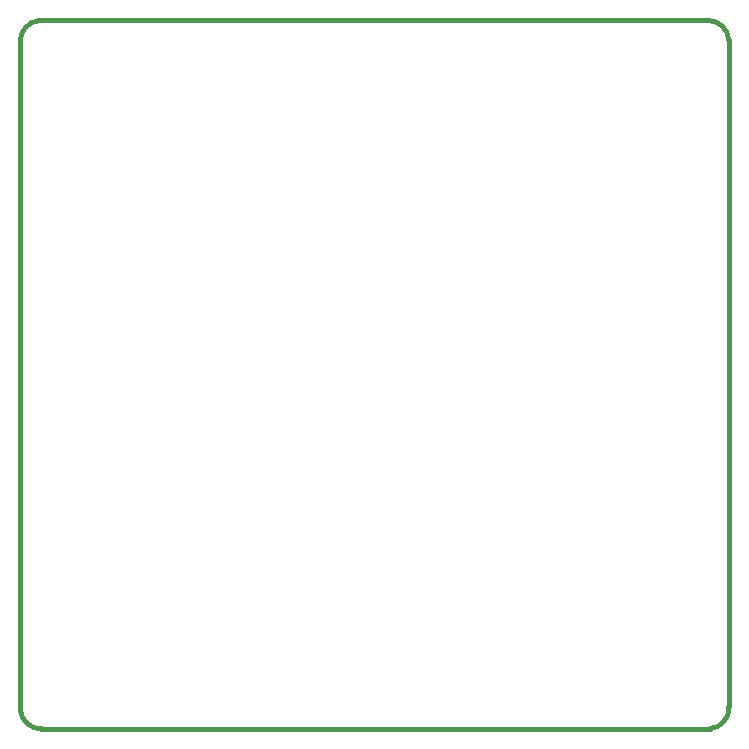
<source format=gbr>
G04 #@! TF.FileFunction,Profile,NP*
%FSLAX46Y46*%
G04 Gerber Fmt 4.6, Leading zero omitted, Abs format (unit mm)*
G04 Created by KiCad (PCBNEW (2015-11-29 BZR 6336, Git 7b0d981)-product) date 12/9/2015 5:57:17 PM*
%MOMM*%
G01*
G04 APERTURE LIST*
%ADD10C,0.100000*%
%ADD11C,0.381000*%
G04 APERTURE END LIST*
D10*
D11*
X173418500Y-53479700D02*
G75*
G02X175323500Y-55130700I127000J-1778000D01*
G01*
X175336200Y-111556800D02*
G75*
G02X173685200Y-113461800I-1778000J-127000D01*
G01*
X116979700Y-53479700D02*
G75*
G03X115328700Y-55384700I127000J-1778000D01*
G01*
X115316000Y-111810800D02*
G75*
G03X117221000Y-113461800I1778000J127000D01*
G01*
X115316000Y-111836200D02*
X115316000Y-55372000D01*
X173736000Y-113467000D02*
X117094000Y-113467000D01*
X175316000Y-55118000D02*
X175316000Y-111506000D01*
X117017800Y-53467000D02*
X173405800Y-53467000D01*
M02*

</source>
